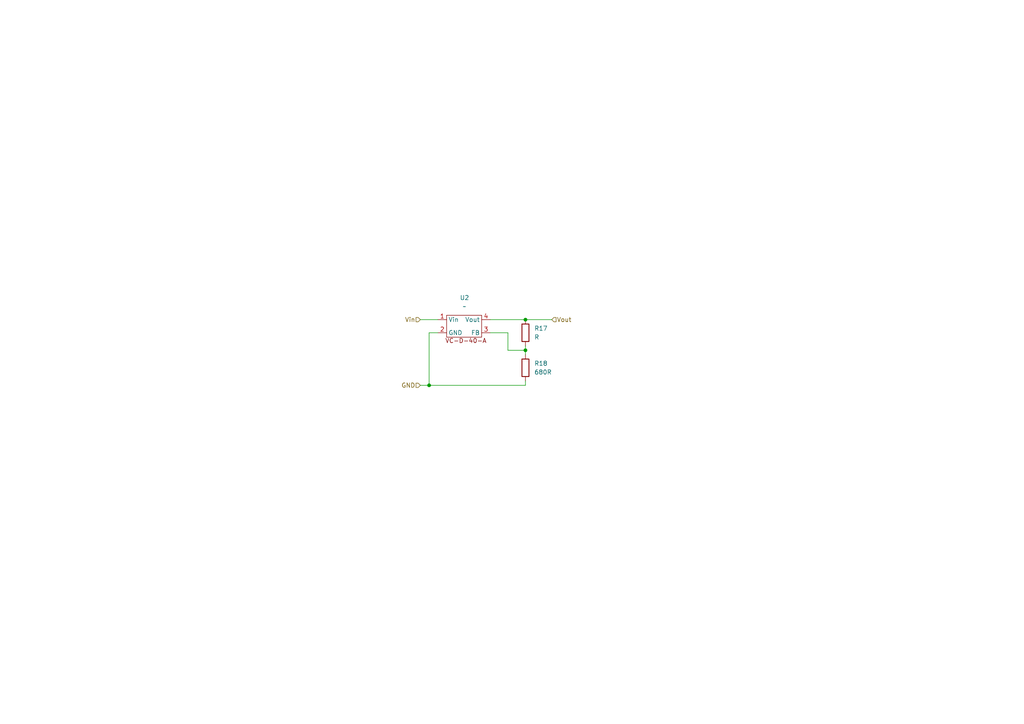
<source format=kicad_sch>
(kicad_sch (version 20250114) (generator "eeschema") (generator_version "9.0")
  (paper "A4")
  (title_block (date "2025-09-24") (company "Felix Pelster"))
  (lib_symbols
    (symbol "Device:R" (pin_numbers (hide yes)) (pin_names (offset 0))
      (property "Reference" "R" (at 2.032 0 90))
      (property "Value" "R" (at 0 0 90))
      (symbol "R_0_1"
        (rectangle (start -1.016 -2.54) (end 1.016 2.54) (stroke (width 0.254)))
      )
      (symbol "R_1_1"
        (pin passive line (at 0 3.81 270) (length 1.27) (name "~") (number "1"))
        (pin passive line (at 0 -3.81 90) (length 1.27) (name "~") (number "2"))
      )
    )
    (symbol "Felix:VC-D-40-A"
      (property "Reference" "U" (at 0.762 7.62 0))
      (symbol "VC-D-40-A_0_1"
        (rectangle (start 0 6.35) (end 10.16 0))
      )
      (symbol "VC-D-40-A_1_1"
        (text "VC-D-40-A" (at 5.588 -1.016 0) (effects (font (size 1.27 1.27))))
        (pin input line (at -2.54 5.08 0) (length 2.54) (name "Vin") (number "1"))
        (pin input line (at -2.54 1.27 0) (length 2.54) (name "GND") (number "2"))
        (pin input line (at 12.7 5.08 180) (length 2.54) (name "Vout") (number "4"))
        (pin input line (at 12.7 1.27 180) (length 2.54) (name "FB") (number "3"))
      )
    )
  )
  (junction (at 152.4 92.71))
  (junction (at 124.46 111.76))
  (junction (at 152.4 101.6))
  (wire (pts (xy 124.46 96.52) (xy 124.46 111.76)))
  (wire (pts (xy 152.4 92.71) (xy 160.02 92.71)))
  (wire (pts (xy 147.32 101.6) (xy 152.4 101.6)))
  (wire (pts (xy 121.92 92.71) (xy 127 92.71)))
  (wire (pts (xy 147.32 96.52) (xy 147.32 101.6)))
  (wire (pts (xy 152.4 111.76) (xy 124.46 111.76)))
  (wire (pts (xy 152.4 101.6) (xy 152.4 100.33)))
  (wire (pts (xy 152.4 102.87) (xy 152.4 101.6)))
  (wire (pts (xy 152.4 110.49) (xy 152.4 111.76)))
  (wire (pts (xy 142.24 96.52) (xy 147.32 96.52)))
  (wire (pts (xy 121.92 111.76) (xy 124.46 111.76)))
  (wire (pts (xy 124.46 96.52) (xy 127 96.52)))
  (wire (pts (xy 142.24 92.71) (xy 152.4 92.71)))
  (hierarchical_label "Vout" (shape input) (at 160.02 92.71 0))
  (hierarchical_label "GND" (shape input) (at 121.92 111.76 180))
  (hierarchical_label "Vin" (shape input) (at 121.92 92.71 180))
  (symbol (lib_id "Felix:VC-D-40-A") (at 129.54 97.79 0) (unit 1)
    (property "Reference" "U2" (at 134.732 86.36 0))
    (property "Value" "~" (at 134.732 88.9 0))
    (property "Footprint" "Felix:VC-D-40-A" (effects (hide yes)))
  )
  (symbol (lib_id "Device:R") (at 152.4 96.52 0) (unit 1)
    (property "Reference" "R17" (at 154.94 95.2499 0) (effects (justify left)))
    (property "Value" "R" (at 154.94 97.7899 0) (effects (justify left)))
    (property "Footprint" "Resistor_SMD:R_0805_2012Metric_Pad1.20x1.40mm_HandSolder" (effects (hide yes)))
    (property "Description" "Resistor" (effects (hide yes)))
  )
  (symbol (lib_id "Device:R") (at 152.4 106.68 0) (unit 1)
    (property "Reference" "R18" (at 154.94 105.41 0) (effects (justify left)))
    (property "Value" "680R" (at 154.94 107.95 0) (effects (justify left)))
    (property "Footprint" "Resistor_SMD:R_0805_2012Metric_Pad1.20x1.40mm_HandSolder" (effects (hide yes)))
    (property "Description" "Resistor" (effects (hide yes)))
  )
)
</source>
